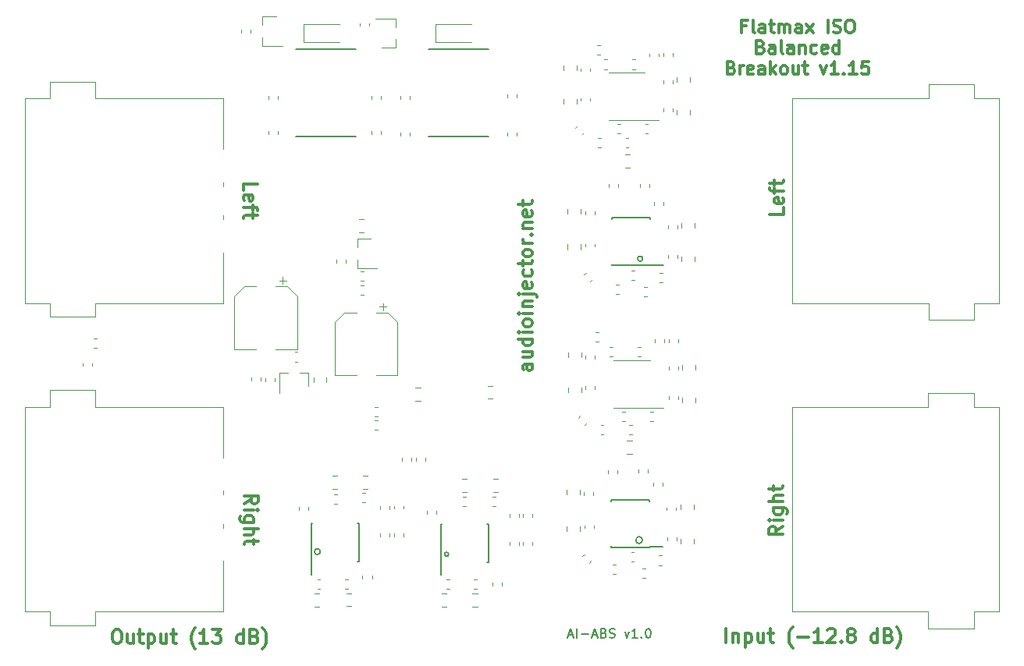
<source format=gbr>
G04 #@! TF.GenerationSoftware,KiCad,Pcbnew,6.0.2+dfsg-1*
G04 #@! TF.CreationDate,2022-08-31T21:38:22+10:00*
G04 #@! TF.ProjectId,AudioInjector.ABS.v1.balanced.preamplifier,41756469-6f49-46e6-9a65-63746f722e41,rev?*
G04 #@! TF.SameCoordinates,Original*
G04 #@! TF.FileFunction,Legend,Top*
G04 #@! TF.FilePolarity,Positive*
%FSLAX45Y45*%
G04 Gerber Fmt 4.5, Leading zero omitted, Abs format (unit mm)*
G04 Created by KiCad (PCBNEW 6.0.2+dfsg-1) date 2022-08-31 21:38:22*
%MOMM*%
%LPD*%
G01*
G04 APERTURE LIST*
%ADD10C,0.150000*%
%ADD11C,0.300000*%
%ADD12C,0.120000*%
G04 APERTURE END LIST*
D10*
X13522361Y-16120000D02*
G75*
G03*
X13522361Y-16120000I-22361J0D01*
G01*
X15628284Y-12910000D02*
G75*
G03*
X15628284Y-12910000I-28284J0D01*
G01*
X12131623Y-16090000D02*
G75*
G03*
X12131623Y-16090000I-31623J0D01*
G01*
X15626055Y-15965000D02*
G75*
G03*
X15626055Y-15965000I-36056J0D01*
G01*
D11*
X16533571Y-17077857D02*
X16533571Y-16927857D01*
X16605000Y-16977857D02*
X16605000Y-17077857D01*
X16605000Y-16992143D02*
X16612143Y-16985000D01*
X16626428Y-16977857D01*
X16647857Y-16977857D01*
X16662143Y-16985000D01*
X16669286Y-16999286D01*
X16669286Y-17077857D01*
X16740714Y-16977857D02*
X16740714Y-17127857D01*
X16740714Y-16985000D02*
X16755000Y-16977857D01*
X16783571Y-16977857D01*
X16797857Y-16985000D01*
X16805000Y-16992143D01*
X16812143Y-17006429D01*
X16812143Y-17049286D01*
X16805000Y-17063571D01*
X16797857Y-17070714D01*
X16783571Y-17077857D01*
X16755000Y-17077857D01*
X16740714Y-17070714D01*
X16940714Y-16977857D02*
X16940714Y-17077857D01*
X16876429Y-16977857D02*
X16876429Y-17056429D01*
X16883571Y-17070714D01*
X16897857Y-17077857D01*
X16919286Y-17077857D01*
X16933571Y-17070714D01*
X16940714Y-17063571D01*
X16990714Y-16977857D02*
X17047857Y-16977857D01*
X17012143Y-16927857D02*
X17012143Y-17056429D01*
X17019286Y-17070714D01*
X17033571Y-17077857D01*
X17047857Y-17077857D01*
X17255000Y-17135000D02*
X17247857Y-17127857D01*
X17233571Y-17106429D01*
X17226429Y-17092143D01*
X17219286Y-17070714D01*
X17212143Y-17035000D01*
X17212143Y-17006429D01*
X17219286Y-16970714D01*
X17226429Y-16949286D01*
X17233571Y-16935000D01*
X17247857Y-16913571D01*
X17255000Y-16906429D01*
X17312143Y-17020714D02*
X17426429Y-17020714D01*
X17576429Y-17077857D02*
X17490714Y-17077857D01*
X17533571Y-17077857D02*
X17533571Y-16927857D01*
X17519286Y-16949286D01*
X17505000Y-16963571D01*
X17490714Y-16970714D01*
X17633571Y-16942143D02*
X17640714Y-16935000D01*
X17655000Y-16927857D01*
X17690714Y-16927857D01*
X17705000Y-16935000D01*
X17712143Y-16942143D01*
X17719286Y-16956429D01*
X17719286Y-16970714D01*
X17712143Y-16992143D01*
X17626429Y-17077857D01*
X17719286Y-17077857D01*
X17783571Y-17063571D02*
X17790714Y-17070714D01*
X17783571Y-17077857D01*
X17776429Y-17070714D01*
X17783571Y-17063571D01*
X17783571Y-17077857D01*
X17876429Y-16992143D02*
X17862143Y-16985000D01*
X17855000Y-16977857D01*
X17847857Y-16963571D01*
X17847857Y-16956429D01*
X17855000Y-16942143D01*
X17862143Y-16935000D01*
X17876429Y-16927857D01*
X17905000Y-16927857D01*
X17919286Y-16935000D01*
X17926429Y-16942143D01*
X17933571Y-16956429D01*
X17933571Y-16963571D01*
X17926429Y-16977857D01*
X17919286Y-16985000D01*
X17905000Y-16992143D01*
X17876429Y-16992143D01*
X17862143Y-16999286D01*
X17855000Y-17006429D01*
X17847857Y-17020714D01*
X17847857Y-17049286D01*
X17855000Y-17063571D01*
X17862143Y-17070714D01*
X17876429Y-17077857D01*
X17905000Y-17077857D01*
X17919286Y-17070714D01*
X17926429Y-17063571D01*
X17933571Y-17049286D01*
X17933571Y-17020714D01*
X17926429Y-17006429D01*
X17919286Y-16999286D01*
X17905000Y-16992143D01*
X18176429Y-17077857D02*
X18176429Y-16927857D01*
X18176429Y-17070714D02*
X18162143Y-17077857D01*
X18133571Y-17077857D01*
X18119286Y-17070714D01*
X18112143Y-17063571D01*
X18105000Y-17049286D01*
X18105000Y-17006429D01*
X18112143Y-16992143D01*
X18119286Y-16985000D01*
X18133571Y-16977857D01*
X18162143Y-16977857D01*
X18176429Y-16985000D01*
X18297857Y-16999286D02*
X18319286Y-17006429D01*
X18326429Y-17013571D01*
X18333571Y-17027857D01*
X18333571Y-17049286D01*
X18326429Y-17063571D01*
X18319286Y-17070714D01*
X18305000Y-17077857D01*
X18247857Y-17077857D01*
X18247857Y-16927857D01*
X18297857Y-16927857D01*
X18312143Y-16935000D01*
X18319286Y-16942143D01*
X18326429Y-16956429D01*
X18326429Y-16970714D01*
X18319286Y-16985000D01*
X18312143Y-16992143D01*
X18297857Y-16999286D01*
X18247857Y-16999286D01*
X18383571Y-17135000D02*
X18390714Y-17127857D01*
X18405000Y-17106429D01*
X18412143Y-17092143D01*
X18419286Y-17070714D01*
X18426429Y-17035000D01*
X18426429Y-17006429D01*
X18419286Y-16970714D01*
X18412143Y-16949286D01*
X18405000Y-16935000D01*
X18390714Y-16913571D01*
X18383571Y-16906429D01*
X11302143Y-12171428D02*
X11302143Y-12100000D01*
X11452143Y-12100000D01*
X11309286Y-12278571D02*
X11302143Y-12264286D01*
X11302143Y-12235714D01*
X11309286Y-12221428D01*
X11323571Y-12214286D01*
X11380714Y-12214286D01*
X11395000Y-12221428D01*
X11402143Y-12235714D01*
X11402143Y-12264286D01*
X11395000Y-12278571D01*
X11380714Y-12285714D01*
X11366428Y-12285714D01*
X11352143Y-12214286D01*
X11402143Y-12328571D02*
X11402143Y-12385714D01*
X11302143Y-12350000D02*
X11430714Y-12350000D01*
X11445000Y-12357143D01*
X11452143Y-12371428D01*
X11452143Y-12385714D01*
X11402143Y-12414286D02*
X11402143Y-12471428D01*
X11452143Y-12435714D02*
X11323571Y-12435714D01*
X11309286Y-12442857D01*
X11302143Y-12457143D01*
X11302143Y-12471428D01*
X16750000Y-10384600D02*
X16703333Y-10384600D01*
X16703333Y-10457933D02*
X16703333Y-10317933D01*
X16770000Y-10317933D01*
X16843333Y-10457933D02*
X16830000Y-10451267D01*
X16823333Y-10437933D01*
X16823333Y-10317933D01*
X16956667Y-10457933D02*
X16956667Y-10384600D01*
X16950000Y-10371267D01*
X16936667Y-10364600D01*
X16910000Y-10364600D01*
X16896667Y-10371267D01*
X16956667Y-10451267D02*
X16943333Y-10457933D01*
X16910000Y-10457933D01*
X16896667Y-10451267D01*
X16890000Y-10437933D01*
X16890000Y-10424600D01*
X16896667Y-10411267D01*
X16910000Y-10404600D01*
X16943333Y-10404600D01*
X16956667Y-10397933D01*
X17003333Y-10364600D02*
X17056667Y-10364600D01*
X17023333Y-10317933D02*
X17023333Y-10437933D01*
X17030000Y-10451267D01*
X17043333Y-10457933D01*
X17056667Y-10457933D01*
X17103333Y-10457933D02*
X17103333Y-10364600D01*
X17103333Y-10377933D02*
X17110000Y-10371267D01*
X17123333Y-10364600D01*
X17143333Y-10364600D01*
X17156667Y-10371267D01*
X17163333Y-10384600D01*
X17163333Y-10457933D01*
X17163333Y-10384600D02*
X17170000Y-10371267D01*
X17183333Y-10364600D01*
X17203333Y-10364600D01*
X17216667Y-10371267D01*
X17223333Y-10384600D01*
X17223333Y-10457933D01*
X17350000Y-10457933D02*
X17350000Y-10384600D01*
X17343333Y-10371267D01*
X17330000Y-10364600D01*
X17303333Y-10364600D01*
X17290000Y-10371267D01*
X17350000Y-10451267D02*
X17336667Y-10457933D01*
X17303333Y-10457933D01*
X17290000Y-10451267D01*
X17283333Y-10437933D01*
X17283333Y-10424600D01*
X17290000Y-10411267D01*
X17303333Y-10404600D01*
X17336667Y-10404600D01*
X17350000Y-10397933D01*
X17403333Y-10457933D02*
X17476667Y-10364600D01*
X17403333Y-10364600D02*
X17476667Y-10457933D01*
X17636667Y-10457933D02*
X17636667Y-10317933D01*
X17696667Y-10451267D02*
X17716667Y-10457933D01*
X17750000Y-10457933D01*
X17763333Y-10451267D01*
X17770000Y-10444600D01*
X17776667Y-10431267D01*
X17776667Y-10417933D01*
X17770000Y-10404600D01*
X17763333Y-10397933D01*
X17750000Y-10391267D01*
X17723333Y-10384600D01*
X17710000Y-10377933D01*
X17703333Y-10371267D01*
X17696667Y-10357933D01*
X17696667Y-10344600D01*
X17703333Y-10331267D01*
X17710000Y-10324600D01*
X17723333Y-10317933D01*
X17756667Y-10317933D01*
X17776667Y-10324600D01*
X17863333Y-10317933D02*
X17890000Y-10317933D01*
X17903333Y-10324600D01*
X17916667Y-10337933D01*
X17923333Y-10364600D01*
X17923333Y-10411267D01*
X17916667Y-10437933D01*
X17903333Y-10451267D01*
X17890000Y-10457933D01*
X17863333Y-10457933D01*
X17850000Y-10451267D01*
X17836667Y-10437933D01*
X17830000Y-10411267D01*
X17830000Y-10364600D01*
X17836667Y-10337933D01*
X17850000Y-10324600D01*
X17863333Y-10317933D01*
X16910000Y-10610000D02*
X16930000Y-10616667D01*
X16936667Y-10623333D01*
X16943333Y-10636667D01*
X16943333Y-10656667D01*
X16936667Y-10670000D01*
X16930000Y-10676667D01*
X16916667Y-10683333D01*
X16863333Y-10683333D01*
X16863333Y-10543333D01*
X16910000Y-10543333D01*
X16923333Y-10550000D01*
X16930000Y-10556667D01*
X16936667Y-10570000D01*
X16936667Y-10583333D01*
X16930000Y-10596667D01*
X16923333Y-10603333D01*
X16910000Y-10610000D01*
X16863333Y-10610000D01*
X17063333Y-10683333D02*
X17063333Y-10610000D01*
X17056667Y-10596667D01*
X17043333Y-10590000D01*
X17016667Y-10590000D01*
X17003333Y-10596667D01*
X17063333Y-10676667D02*
X17050000Y-10683333D01*
X17016667Y-10683333D01*
X17003333Y-10676667D01*
X16996667Y-10663333D01*
X16996667Y-10650000D01*
X17003333Y-10636667D01*
X17016667Y-10630000D01*
X17050000Y-10630000D01*
X17063333Y-10623333D01*
X17150000Y-10683333D02*
X17136667Y-10676667D01*
X17130000Y-10663333D01*
X17130000Y-10543333D01*
X17263333Y-10683333D02*
X17263333Y-10610000D01*
X17256667Y-10596667D01*
X17243333Y-10590000D01*
X17216667Y-10590000D01*
X17203333Y-10596667D01*
X17263333Y-10676667D02*
X17250000Y-10683333D01*
X17216667Y-10683333D01*
X17203333Y-10676667D01*
X17196667Y-10663333D01*
X17196667Y-10650000D01*
X17203333Y-10636667D01*
X17216667Y-10630000D01*
X17250000Y-10630000D01*
X17263333Y-10623333D01*
X17330000Y-10590000D02*
X17330000Y-10683333D01*
X17330000Y-10603333D02*
X17336667Y-10596667D01*
X17350000Y-10590000D01*
X17370000Y-10590000D01*
X17383333Y-10596667D01*
X17390000Y-10610000D01*
X17390000Y-10683333D01*
X17516667Y-10676667D02*
X17503333Y-10683333D01*
X17476667Y-10683333D01*
X17463333Y-10676667D01*
X17456667Y-10670000D01*
X17450000Y-10656667D01*
X17450000Y-10616667D01*
X17456667Y-10603333D01*
X17463333Y-10596667D01*
X17476667Y-10590000D01*
X17503333Y-10590000D01*
X17516667Y-10596667D01*
X17630000Y-10676667D02*
X17616667Y-10683333D01*
X17590000Y-10683333D01*
X17576667Y-10676667D01*
X17570000Y-10663333D01*
X17570000Y-10610000D01*
X17576667Y-10596667D01*
X17590000Y-10590000D01*
X17616667Y-10590000D01*
X17630000Y-10596667D01*
X17636667Y-10610000D01*
X17636667Y-10623333D01*
X17570000Y-10636667D01*
X17756667Y-10683333D02*
X17756667Y-10543333D01*
X17756667Y-10676667D02*
X17743333Y-10683333D01*
X17716667Y-10683333D01*
X17703333Y-10676667D01*
X17696667Y-10670000D01*
X17690000Y-10656667D01*
X17690000Y-10616667D01*
X17696667Y-10603333D01*
X17703333Y-10596667D01*
X17716667Y-10590000D01*
X17743333Y-10590000D01*
X17756667Y-10596667D01*
X16590000Y-10835400D02*
X16610000Y-10842067D01*
X16616667Y-10848733D01*
X16623333Y-10862067D01*
X16623333Y-10882067D01*
X16616667Y-10895400D01*
X16610000Y-10902067D01*
X16596667Y-10908733D01*
X16543333Y-10908733D01*
X16543333Y-10768733D01*
X16590000Y-10768733D01*
X16603333Y-10775400D01*
X16610000Y-10782067D01*
X16616667Y-10795400D01*
X16616667Y-10808733D01*
X16610000Y-10822067D01*
X16603333Y-10828733D01*
X16590000Y-10835400D01*
X16543333Y-10835400D01*
X16683333Y-10908733D02*
X16683333Y-10815400D01*
X16683333Y-10842067D02*
X16690000Y-10828733D01*
X16696667Y-10822067D01*
X16710000Y-10815400D01*
X16723333Y-10815400D01*
X16823333Y-10902067D02*
X16810000Y-10908733D01*
X16783333Y-10908733D01*
X16770000Y-10902067D01*
X16763333Y-10888733D01*
X16763333Y-10835400D01*
X16770000Y-10822067D01*
X16783333Y-10815400D01*
X16810000Y-10815400D01*
X16823333Y-10822067D01*
X16830000Y-10835400D01*
X16830000Y-10848733D01*
X16763333Y-10862067D01*
X16950000Y-10908733D02*
X16950000Y-10835400D01*
X16943333Y-10822067D01*
X16930000Y-10815400D01*
X16903333Y-10815400D01*
X16890000Y-10822067D01*
X16950000Y-10902067D02*
X16936667Y-10908733D01*
X16903333Y-10908733D01*
X16890000Y-10902067D01*
X16883333Y-10888733D01*
X16883333Y-10875400D01*
X16890000Y-10862067D01*
X16903333Y-10855400D01*
X16936667Y-10855400D01*
X16950000Y-10848733D01*
X17016667Y-10908733D02*
X17016667Y-10768733D01*
X17030000Y-10855400D02*
X17070000Y-10908733D01*
X17070000Y-10815400D02*
X17016667Y-10868733D01*
X17150000Y-10908733D02*
X17136667Y-10902067D01*
X17130000Y-10895400D01*
X17123333Y-10882067D01*
X17123333Y-10842067D01*
X17130000Y-10828733D01*
X17136667Y-10822067D01*
X17150000Y-10815400D01*
X17170000Y-10815400D01*
X17183333Y-10822067D01*
X17190000Y-10828733D01*
X17196667Y-10842067D01*
X17196667Y-10882067D01*
X17190000Y-10895400D01*
X17183333Y-10902067D01*
X17170000Y-10908733D01*
X17150000Y-10908733D01*
X17316667Y-10815400D02*
X17316667Y-10908733D01*
X17256667Y-10815400D02*
X17256667Y-10888733D01*
X17263333Y-10902067D01*
X17276667Y-10908733D01*
X17296667Y-10908733D01*
X17310000Y-10902067D01*
X17316667Y-10895400D01*
X17363333Y-10815400D02*
X17416667Y-10815400D01*
X17383333Y-10768733D02*
X17383333Y-10888733D01*
X17390000Y-10902067D01*
X17403333Y-10908733D01*
X17416667Y-10908733D01*
X17556667Y-10815400D02*
X17590000Y-10908733D01*
X17623333Y-10815400D01*
X17750000Y-10908733D02*
X17670000Y-10908733D01*
X17710000Y-10908733D02*
X17710000Y-10768733D01*
X17696667Y-10788733D01*
X17683333Y-10802067D01*
X17670000Y-10808733D01*
X17810000Y-10895400D02*
X17816667Y-10902067D01*
X17810000Y-10908733D01*
X17803333Y-10902067D01*
X17810000Y-10895400D01*
X17810000Y-10908733D01*
X17950000Y-10908733D02*
X17870000Y-10908733D01*
X17910000Y-10908733D02*
X17910000Y-10768733D01*
X17896667Y-10788733D01*
X17883333Y-10802067D01*
X17870000Y-10808733D01*
X18076667Y-10768733D02*
X18010000Y-10768733D01*
X18003333Y-10835400D01*
X18010000Y-10828733D01*
X18023333Y-10822067D01*
X18056667Y-10822067D01*
X18070000Y-10828733D01*
X18076667Y-10835400D01*
X18083333Y-10848733D01*
X18083333Y-10882067D01*
X18076667Y-10895400D01*
X18070000Y-10902067D01*
X18056667Y-10908733D01*
X18023333Y-10908733D01*
X18010000Y-10902067D01*
X18003333Y-10895400D01*
X17157857Y-12356071D02*
X17157857Y-12427500D01*
X17007857Y-12427500D01*
X17150714Y-12248928D02*
X17157857Y-12263214D01*
X17157857Y-12291786D01*
X17150714Y-12306071D01*
X17136429Y-12313214D01*
X17079286Y-12313214D01*
X17065000Y-12306071D01*
X17057857Y-12291786D01*
X17057857Y-12263214D01*
X17065000Y-12248928D01*
X17079286Y-12241786D01*
X17093571Y-12241786D01*
X17107857Y-12313214D01*
X17057857Y-12198928D02*
X17057857Y-12141786D01*
X17157857Y-12177500D02*
X17029286Y-12177500D01*
X17015000Y-12170357D01*
X17007857Y-12156071D01*
X17007857Y-12141786D01*
X17057857Y-12113214D02*
X17057857Y-12056071D01*
X17007857Y-12091786D02*
X17136429Y-12091786D01*
X17150714Y-12084643D01*
X17157857Y-12070357D01*
X17157857Y-12056071D01*
X9911429Y-16937857D02*
X9940000Y-16937857D01*
X9954286Y-16945000D01*
X9968571Y-16959286D01*
X9975714Y-16987857D01*
X9975714Y-17037857D01*
X9968571Y-17066429D01*
X9954286Y-17080714D01*
X9940000Y-17087857D01*
X9911429Y-17087857D01*
X9897143Y-17080714D01*
X9882857Y-17066429D01*
X9875714Y-17037857D01*
X9875714Y-16987857D01*
X9882857Y-16959286D01*
X9897143Y-16945000D01*
X9911429Y-16937857D01*
X10104286Y-16987857D02*
X10104286Y-17087857D01*
X10040000Y-16987857D02*
X10040000Y-17066429D01*
X10047143Y-17080714D01*
X10061429Y-17087857D01*
X10082857Y-17087857D01*
X10097143Y-17080714D01*
X10104286Y-17073571D01*
X10154286Y-16987857D02*
X10211429Y-16987857D01*
X10175714Y-16937857D02*
X10175714Y-17066429D01*
X10182857Y-17080714D01*
X10197143Y-17087857D01*
X10211429Y-17087857D01*
X10261429Y-16987857D02*
X10261429Y-17137857D01*
X10261429Y-16995000D02*
X10275714Y-16987857D01*
X10304286Y-16987857D01*
X10318571Y-16995000D01*
X10325714Y-17002143D01*
X10332857Y-17016429D01*
X10332857Y-17059286D01*
X10325714Y-17073571D01*
X10318571Y-17080714D01*
X10304286Y-17087857D01*
X10275714Y-17087857D01*
X10261429Y-17080714D01*
X10461429Y-16987857D02*
X10461429Y-17087857D01*
X10397143Y-16987857D02*
X10397143Y-17066429D01*
X10404286Y-17080714D01*
X10418571Y-17087857D01*
X10440000Y-17087857D01*
X10454286Y-17080714D01*
X10461429Y-17073571D01*
X10511429Y-16987857D02*
X10568571Y-16987857D01*
X10532857Y-16937857D02*
X10532857Y-17066429D01*
X10540000Y-17080714D01*
X10554286Y-17087857D01*
X10568571Y-17087857D01*
X10775714Y-17145000D02*
X10768571Y-17137857D01*
X10754286Y-17116429D01*
X10747143Y-17102143D01*
X10740000Y-17080714D01*
X10732857Y-17045000D01*
X10732857Y-17016429D01*
X10740000Y-16980714D01*
X10747143Y-16959286D01*
X10754286Y-16945000D01*
X10768571Y-16923571D01*
X10775714Y-16916429D01*
X10911429Y-17087857D02*
X10825714Y-17087857D01*
X10868571Y-17087857D02*
X10868571Y-16937857D01*
X10854286Y-16959286D01*
X10840000Y-16973571D01*
X10825714Y-16980714D01*
X10961429Y-16937857D02*
X11054286Y-16937857D01*
X11004286Y-16995000D01*
X11025714Y-16995000D01*
X11040000Y-17002143D01*
X11047143Y-17009286D01*
X11054286Y-17023571D01*
X11054286Y-17059286D01*
X11047143Y-17073571D01*
X11040000Y-17080714D01*
X11025714Y-17087857D01*
X10982857Y-17087857D01*
X10968571Y-17080714D01*
X10961429Y-17073571D01*
X11297143Y-17087857D02*
X11297143Y-16937857D01*
X11297143Y-17080714D02*
X11282857Y-17087857D01*
X11254286Y-17087857D01*
X11240000Y-17080714D01*
X11232857Y-17073571D01*
X11225714Y-17059286D01*
X11225714Y-17016429D01*
X11232857Y-17002143D01*
X11240000Y-16995000D01*
X11254286Y-16987857D01*
X11282857Y-16987857D01*
X11297143Y-16995000D01*
X11418571Y-17009286D02*
X11440000Y-17016429D01*
X11447143Y-17023571D01*
X11454286Y-17037857D01*
X11454286Y-17059286D01*
X11447143Y-17073571D01*
X11440000Y-17080714D01*
X11425714Y-17087857D01*
X11368571Y-17087857D01*
X11368571Y-16937857D01*
X11418571Y-16937857D01*
X11432857Y-16945000D01*
X11440000Y-16952143D01*
X11447143Y-16966429D01*
X11447143Y-16980714D01*
X11440000Y-16995000D01*
X11432857Y-17002143D01*
X11418571Y-17009286D01*
X11368571Y-17009286D01*
X11504286Y-17145000D02*
X11511428Y-17137857D01*
X11525714Y-17116429D01*
X11532857Y-17102143D01*
X11540000Y-17080714D01*
X11547143Y-17045000D01*
X11547143Y-17016429D01*
X11540000Y-16980714D01*
X11532857Y-16959286D01*
X11525714Y-16945000D01*
X11511428Y-16923571D01*
X11504286Y-16916429D01*
X11307143Y-15572143D02*
X11378571Y-15522143D01*
X11307143Y-15486428D02*
X11457143Y-15486428D01*
X11457143Y-15543571D01*
X11450000Y-15557857D01*
X11442857Y-15565000D01*
X11428571Y-15572143D01*
X11407143Y-15572143D01*
X11392857Y-15565000D01*
X11385714Y-15557857D01*
X11378571Y-15543571D01*
X11378571Y-15486428D01*
X11307143Y-15636428D02*
X11407143Y-15636428D01*
X11457143Y-15636428D02*
X11450000Y-15629286D01*
X11442857Y-15636428D01*
X11450000Y-15643571D01*
X11457143Y-15636428D01*
X11442857Y-15636428D01*
X11407143Y-15772143D02*
X11285714Y-15772143D01*
X11271428Y-15765000D01*
X11264286Y-15757857D01*
X11257143Y-15743571D01*
X11257143Y-15722143D01*
X11264286Y-15707857D01*
X11314286Y-15772143D02*
X11307143Y-15757857D01*
X11307143Y-15729286D01*
X11314286Y-15715000D01*
X11321428Y-15707857D01*
X11335714Y-15700714D01*
X11378571Y-15700714D01*
X11392857Y-15707857D01*
X11400000Y-15715000D01*
X11407143Y-15729286D01*
X11407143Y-15757857D01*
X11400000Y-15772143D01*
X11307143Y-15843571D02*
X11457143Y-15843571D01*
X11307143Y-15907857D02*
X11385714Y-15907857D01*
X11400000Y-15900714D01*
X11407143Y-15886428D01*
X11407143Y-15865000D01*
X11400000Y-15850714D01*
X11392857Y-15843571D01*
X11407143Y-15957857D02*
X11407143Y-16015000D01*
X11457143Y-15979286D02*
X11328571Y-15979286D01*
X11314286Y-15986428D01*
X11307143Y-16000714D01*
X11307143Y-16015000D01*
X17147857Y-15815357D02*
X17076429Y-15865357D01*
X17147857Y-15901071D02*
X16997857Y-15901071D01*
X16997857Y-15843928D01*
X17005000Y-15829643D01*
X17012143Y-15822500D01*
X17026429Y-15815357D01*
X17047857Y-15815357D01*
X17062143Y-15822500D01*
X17069286Y-15829643D01*
X17076429Y-15843928D01*
X17076429Y-15901071D01*
X17147857Y-15751071D02*
X17047857Y-15751071D01*
X16997857Y-15751071D02*
X17005000Y-15758214D01*
X17012143Y-15751071D01*
X17005000Y-15743928D01*
X16997857Y-15751071D01*
X17012143Y-15751071D01*
X17047857Y-15615357D02*
X17169286Y-15615357D01*
X17183571Y-15622500D01*
X17190714Y-15629643D01*
X17197857Y-15643928D01*
X17197857Y-15665357D01*
X17190714Y-15679643D01*
X17140714Y-15615357D02*
X17147857Y-15629643D01*
X17147857Y-15658214D01*
X17140714Y-15672500D01*
X17133571Y-15679643D01*
X17119286Y-15686786D01*
X17076429Y-15686786D01*
X17062143Y-15679643D01*
X17055000Y-15672500D01*
X17047857Y-15658214D01*
X17047857Y-15629643D01*
X17055000Y-15615357D01*
X17147857Y-15543928D02*
X16997857Y-15543928D01*
X17147857Y-15479643D02*
X17069286Y-15479643D01*
X17055000Y-15486786D01*
X17047857Y-15501071D01*
X17047857Y-15522500D01*
X17055000Y-15536786D01*
X17062143Y-15543928D01*
X17047857Y-15429643D02*
X17047857Y-15372500D01*
X16997857Y-15408214D02*
X17126429Y-15408214D01*
X17140714Y-15401071D01*
X17147857Y-15386786D01*
X17147857Y-15372500D01*
D10*
X14824762Y-16996667D02*
X14872381Y-16996667D01*
X14815238Y-17025238D02*
X14848571Y-16925238D01*
X14881905Y-17025238D01*
X14915238Y-17025238D02*
X14915238Y-16925238D01*
X14962857Y-16987143D02*
X15039048Y-16987143D01*
X15081905Y-16996667D02*
X15129524Y-16996667D01*
X15072381Y-17025238D02*
X15105714Y-16925238D01*
X15139048Y-17025238D01*
X15205714Y-16972857D02*
X15220000Y-16977619D01*
X15224762Y-16982381D01*
X15229524Y-16991905D01*
X15229524Y-17006190D01*
X15224762Y-17015714D01*
X15220000Y-17020476D01*
X15210476Y-17025238D01*
X15172381Y-17025238D01*
X15172381Y-16925238D01*
X15205714Y-16925238D01*
X15215238Y-16930000D01*
X15220000Y-16934762D01*
X15224762Y-16944286D01*
X15224762Y-16953810D01*
X15220000Y-16963333D01*
X15215238Y-16968095D01*
X15205714Y-16972857D01*
X15172381Y-16972857D01*
X15267619Y-17020476D02*
X15281905Y-17025238D01*
X15305714Y-17025238D01*
X15315238Y-17020476D01*
X15320000Y-17015714D01*
X15324762Y-17006190D01*
X15324762Y-16996667D01*
X15320000Y-16987143D01*
X15315238Y-16982381D01*
X15305714Y-16977619D01*
X15286667Y-16972857D01*
X15277143Y-16968095D01*
X15272381Y-16963333D01*
X15267619Y-16953810D01*
X15267619Y-16944286D01*
X15272381Y-16934762D01*
X15277143Y-16930000D01*
X15286667Y-16925238D01*
X15310476Y-16925238D01*
X15324762Y-16930000D01*
X15434286Y-16958571D02*
X15458095Y-17025238D01*
X15481905Y-16958571D01*
X15572381Y-17025238D02*
X15515238Y-17025238D01*
X15543809Y-17025238D02*
X15543809Y-16925238D01*
X15534286Y-16939524D01*
X15524762Y-16949048D01*
X15515238Y-16953810D01*
X15615238Y-17015714D02*
X15620000Y-17020476D01*
X15615238Y-17025238D01*
X15610476Y-17020476D01*
X15615238Y-17015714D01*
X15615238Y-17025238D01*
X15681905Y-16925238D02*
X15691428Y-16925238D01*
X15700952Y-16930000D01*
X15705714Y-16934762D01*
X15710476Y-16944286D01*
X15715238Y-16963333D01*
X15715238Y-16987143D01*
X15710476Y-17006190D01*
X15705714Y-17015714D01*
X15700952Y-17020476D01*
X15691428Y-17025238D01*
X15681905Y-17025238D01*
X15672381Y-17020476D01*
X15667619Y-17015714D01*
X15662857Y-17006190D01*
X15658095Y-16987143D01*
X15658095Y-16963333D01*
X15662857Y-16944286D01*
X15667619Y-16934762D01*
X15672381Y-16930000D01*
X15681905Y-16925238D01*
D11*
X14427857Y-14052857D02*
X14349286Y-14052857D01*
X14335000Y-14060000D01*
X14327857Y-14074286D01*
X14327857Y-14102857D01*
X14335000Y-14117143D01*
X14420714Y-14052857D02*
X14427857Y-14067143D01*
X14427857Y-14102857D01*
X14420714Y-14117143D01*
X14406428Y-14124286D01*
X14392143Y-14124286D01*
X14377857Y-14117143D01*
X14370714Y-14102857D01*
X14370714Y-14067143D01*
X14363571Y-14052857D01*
X14327857Y-13917143D02*
X14427857Y-13917143D01*
X14327857Y-13981428D02*
X14406428Y-13981428D01*
X14420714Y-13974286D01*
X14427857Y-13960000D01*
X14427857Y-13938571D01*
X14420714Y-13924286D01*
X14413571Y-13917143D01*
X14427857Y-13781428D02*
X14277857Y-13781428D01*
X14420714Y-13781428D02*
X14427857Y-13795714D01*
X14427857Y-13824286D01*
X14420714Y-13838571D01*
X14413571Y-13845714D01*
X14399286Y-13852857D01*
X14356428Y-13852857D01*
X14342143Y-13845714D01*
X14335000Y-13838571D01*
X14327857Y-13824286D01*
X14327857Y-13795714D01*
X14335000Y-13781428D01*
X14427857Y-13710000D02*
X14327857Y-13710000D01*
X14277857Y-13710000D02*
X14285000Y-13717143D01*
X14292143Y-13710000D01*
X14285000Y-13702857D01*
X14277857Y-13710000D01*
X14292143Y-13710000D01*
X14427857Y-13617143D02*
X14420714Y-13631428D01*
X14413571Y-13638571D01*
X14399286Y-13645714D01*
X14356428Y-13645714D01*
X14342143Y-13638571D01*
X14335000Y-13631428D01*
X14327857Y-13617143D01*
X14327857Y-13595714D01*
X14335000Y-13581428D01*
X14342143Y-13574286D01*
X14356428Y-13567143D01*
X14399286Y-13567143D01*
X14413571Y-13574286D01*
X14420714Y-13581428D01*
X14427857Y-13595714D01*
X14427857Y-13617143D01*
X14427857Y-13502857D02*
X14327857Y-13502857D01*
X14277857Y-13502857D02*
X14285000Y-13510000D01*
X14292143Y-13502857D01*
X14285000Y-13495714D01*
X14277857Y-13502857D01*
X14292143Y-13502857D01*
X14327857Y-13431428D02*
X14427857Y-13431428D01*
X14342143Y-13431428D02*
X14335000Y-13424286D01*
X14327857Y-13410000D01*
X14327857Y-13388571D01*
X14335000Y-13374286D01*
X14349286Y-13367143D01*
X14427857Y-13367143D01*
X14327857Y-13295714D02*
X14456428Y-13295714D01*
X14470714Y-13302857D01*
X14477857Y-13317143D01*
X14477857Y-13324286D01*
X14277857Y-13295714D02*
X14285000Y-13302857D01*
X14292143Y-13295714D01*
X14285000Y-13288571D01*
X14277857Y-13295714D01*
X14292143Y-13295714D01*
X14420714Y-13167143D02*
X14427857Y-13181428D01*
X14427857Y-13210000D01*
X14420714Y-13224286D01*
X14406428Y-13231428D01*
X14349286Y-13231428D01*
X14335000Y-13224286D01*
X14327857Y-13210000D01*
X14327857Y-13181428D01*
X14335000Y-13167143D01*
X14349286Y-13160000D01*
X14363571Y-13160000D01*
X14377857Y-13231428D01*
X14420714Y-13031428D02*
X14427857Y-13045714D01*
X14427857Y-13074286D01*
X14420714Y-13088571D01*
X14413571Y-13095714D01*
X14399286Y-13102857D01*
X14356428Y-13102857D01*
X14342143Y-13095714D01*
X14335000Y-13088571D01*
X14327857Y-13074286D01*
X14327857Y-13045714D01*
X14335000Y-13031428D01*
X14327857Y-12988571D02*
X14327857Y-12931428D01*
X14277857Y-12967143D02*
X14406428Y-12967143D01*
X14420714Y-12960000D01*
X14427857Y-12945714D01*
X14427857Y-12931428D01*
X14427857Y-12860000D02*
X14420714Y-12874286D01*
X14413571Y-12881428D01*
X14399286Y-12888571D01*
X14356428Y-12888571D01*
X14342143Y-12881428D01*
X14335000Y-12874286D01*
X14327857Y-12860000D01*
X14327857Y-12838571D01*
X14335000Y-12824286D01*
X14342143Y-12817143D01*
X14356428Y-12810000D01*
X14399286Y-12810000D01*
X14413571Y-12817143D01*
X14420714Y-12824286D01*
X14427857Y-12838571D01*
X14427857Y-12860000D01*
X14427857Y-12745714D02*
X14327857Y-12745714D01*
X14356428Y-12745714D02*
X14342143Y-12738571D01*
X14335000Y-12731428D01*
X14327857Y-12717143D01*
X14327857Y-12702857D01*
X14413571Y-12652857D02*
X14420714Y-12645714D01*
X14427857Y-12652857D01*
X14420714Y-12660000D01*
X14413571Y-12652857D01*
X14427857Y-12652857D01*
X14327857Y-12581428D02*
X14427857Y-12581428D01*
X14342143Y-12581428D02*
X14335000Y-12574286D01*
X14327857Y-12560000D01*
X14327857Y-12538571D01*
X14335000Y-12524286D01*
X14349286Y-12517143D01*
X14427857Y-12517143D01*
X14420714Y-12388571D02*
X14427857Y-12402857D01*
X14427857Y-12431428D01*
X14420714Y-12445714D01*
X14406428Y-12452857D01*
X14349286Y-12452857D01*
X14335000Y-12445714D01*
X14327857Y-12431428D01*
X14327857Y-12402857D01*
X14335000Y-12388571D01*
X14349286Y-12381428D01*
X14363571Y-12381428D01*
X14377857Y-12452857D01*
X14327857Y-12338571D02*
X14327857Y-12281428D01*
X14277857Y-12317143D02*
X14406428Y-12317143D01*
X14420714Y-12310000D01*
X14427857Y-12295714D01*
X14427857Y-12281428D01*
D10*
X15297500Y-12982500D02*
X15297500Y-12968000D01*
X15712500Y-12982500D02*
X15297500Y-12982500D01*
X15297500Y-12467500D02*
X15297500Y-12482000D01*
X15712500Y-12467500D02*
X15297500Y-12467500D01*
X15712500Y-12977500D02*
X15852500Y-12977500D01*
X15712500Y-12467500D02*
X15712500Y-12482000D01*
X15712500Y-12982500D02*
X15712500Y-12977500D01*
D12*
X15754000Y-12298722D02*
X15754000Y-12331278D01*
X15856000Y-12298722D02*
X15856000Y-12331278D01*
X15083257Y-13133867D02*
X15060237Y-13156888D01*
X15011132Y-13061743D02*
X14988112Y-13084763D01*
X15509972Y-13039000D02*
X15542528Y-13039000D01*
X15509972Y-13141000D02*
X15542528Y-13141000D01*
X15809972Y-13166000D02*
X15842528Y-13166000D01*
X15809972Y-13064000D02*
X15842528Y-13064000D01*
X15367528Y-13291000D02*
X15334972Y-13291000D01*
X15367528Y-13189000D02*
X15334972Y-13189000D01*
X16006000Y-12585028D02*
X16006000Y-12552472D01*
X15904000Y-12585028D02*
X15904000Y-12552472D01*
X15106000Y-12427528D02*
X15106000Y-12394972D01*
X15004000Y-12427528D02*
X15004000Y-12394972D01*
X15004000Y-12748722D02*
X15004000Y-12781278D01*
X15106000Y-12748722D02*
X15106000Y-12781278D01*
X16006000Y-12873722D02*
X16006000Y-12906278D01*
X15904000Y-12873722D02*
X15904000Y-12906278D01*
X15671278Y-13214000D02*
X15638722Y-13214000D01*
X15671278Y-13316000D02*
X15638722Y-13316000D01*
D10*
X13956500Y-10637500D02*
X13306500Y-10637500D01*
X13956500Y-11587500D02*
X13306500Y-11587500D01*
X12515500Y-11587500D02*
X11865500Y-11587500D01*
X12515500Y-10637500D02*
X11865500Y-10637500D01*
D12*
X9197000Y-13543000D02*
X9691000Y-13543000D01*
X9197000Y-10989000D02*
X9691000Y-10989000D01*
X11081000Y-12441000D02*
X11081000Y-12481000D01*
X9691000Y-13393000D02*
X11081000Y-13393000D01*
X9197000Y-11169000D02*
X9197000Y-10989000D01*
X9197000Y-13393000D02*
X8927000Y-13393000D01*
X9691000Y-11169000D02*
X11081000Y-11169000D01*
X9197000Y-13543000D02*
X9197000Y-13393000D01*
X9197000Y-11169000D02*
X8927000Y-11169000D01*
X9691000Y-10989000D02*
X9691000Y-11169000D01*
X11081000Y-12121000D02*
X11081000Y-12081000D01*
X8927000Y-13393000D02*
X8927000Y-11169000D01*
X11081000Y-11721000D02*
X11081000Y-11169000D01*
X11081000Y-13393000D02*
X11081000Y-12841000D01*
X9691000Y-13393000D02*
X9691000Y-13543000D01*
X14159000Y-11124972D02*
X14159000Y-11157528D01*
X14261000Y-11124972D02*
X14261000Y-11157528D01*
X14261000Y-11544972D02*
X14261000Y-11577528D01*
X14159000Y-11544972D02*
X14159000Y-11577528D01*
X12999000Y-11142472D02*
X12999000Y-11175028D01*
X13101000Y-11142472D02*
X13101000Y-11175028D01*
X12999000Y-11542472D02*
X12999000Y-11575028D01*
X13101000Y-11542472D02*
X13101000Y-11575028D01*
X12689000Y-11142472D02*
X12689000Y-11175028D01*
X12791000Y-11142472D02*
X12791000Y-11175028D01*
X12791000Y-11524972D02*
X12791000Y-11557528D01*
X12689000Y-11524972D02*
X12689000Y-11557528D01*
X11671000Y-11144972D02*
X11671000Y-11177528D01*
X11569000Y-11144972D02*
X11569000Y-11177528D01*
X11671000Y-11524972D02*
X11671000Y-11557528D01*
X11569000Y-11524972D02*
X11569000Y-11557528D01*
X11504000Y-10598000D02*
X11720000Y-10598000D01*
X11504000Y-10282000D02*
X11650000Y-10282000D01*
X11504000Y-10598000D02*
X11504000Y-10505000D01*
X11504000Y-10282000D02*
X11504000Y-10375000D01*
X12661000Y-10385028D02*
X12661000Y-10352472D01*
X12559000Y-10385028D02*
X12559000Y-10352472D01*
X11371000Y-10457528D02*
X11371000Y-10424972D01*
X11269000Y-10457528D02*
X11269000Y-10424972D01*
X13380000Y-10560000D02*
X13770000Y-10560000D01*
X13380000Y-10360000D02*
X13770000Y-10360000D01*
X13380000Y-10360000D02*
X13380000Y-10560000D01*
X11950000Y-10360000D02*
X12340000Y-10360000D01*
X11950000Y-10560000D02*
X12340000Y-10560000D01*
X11950000Y-10360000D02*
X11950000Y-10560000D01*
X15804972Y-16236000D02*
X15837528Y-16236000D01*
X15804972Y-16134000D02*
X15837528Y-16134000D01*
X15894000Y-15938722D02*
X15894000Y-15971278D01*
X15996000Y-15938722D02*
X15996000Y-15971278D01*
X15067573Y-16189552D02*
X15044552Y-16212573D01*
X14995448Y-16117427D02*
X14972427Y-16140448D01*
X14994000Y-15804972D02*
X14994000Y-15837528D01*
X15096000Y-15804972D02*
X15096000Y-15837528D01*
X15502472Y-16196000D02*
X15535028Y-16196000D01*
X15502472Y-16094000D02*
X15535028Y-16094000D01*
X15656278Y-16274000D02*
X15623722Y-16274000D01*
X15656278Y-16376000D02*
X15623722Y-16376000D01*
X15744000Y-15344972D02*
X15744000Y-15377528D01*
X15846000Y-15344972D02*
X15846000Y-15377528D01*
D10*
X15702500Y-15527500D02*
X15287500Y-15527500D01*
X15702500Y-16037500D02*
X15842500Y-16037500D01*
X15702500Y-16042500D02*
X15287500Y-16042500D01*
X15702500Y-16042500D02*
X15702500Y-16037500D01*
X15702500Y-15527500D02*
X15702500Y-15542000D01*
X15287500Y-15527500D02*
X15287500Y-15542000D01*
X15287500Y-16042500D02*
X15287500Y-16028000D01*
D12*
X14989000Y-15480028D02*
X14989000Y-15447472D01*
X15091000Y-15480028D02*
X15091000Y-15447472D01*
X15335028Y-16336000D02*
X15302472Y-16336000D01*
X15335028Y-16234000D02*
X15302472Y-16234000D01*
X15991000Y-15642528D02*
X15991000Y-15609972D01*
X15889000Y-15642528D02*
X15889000Y-15609972D01*
X12946000Y-10302000D02*
X12730000Y-10302000D01*
X12946000Y-10302000D02*
X12946000Y-10395000D01*
X12946000Y-10618000D02*
X12800000Y-10618000D01*
X12946000Y-10618000D02*
X12946000Y-10525000D01*
X12589000Y-16386278D02*
X12589000Y-16353722D01*
X12691000Y-16386278D02*
X12691000Y-16353722D01*
X11899000Y-15636278D02*
X11899000Y-15603722D01*
X12001000Y-15636278D02*
X12001000Y-15603722D01*
X12584972Y-15556000D02*
X12617528Y-15556000D01*
X12584972Y-15454000D02*
X12617528Y-15454000D01*
X12402472Y-16394000D02*
X12435028Y-16394000D01*
X12402472Y-16496000D02*
X12435028Y-16496000D01*
X12311278Y-15571000D02*
X12278722Y-15571000D01*
X12311278Y-15469000D02*
X12278722Y-15469000D01*
X12131278Y-16496000D02*
X12098722Y-16496000D01*
X12131278Y-16394000D02*
X12098722Y-16394000D01*
X18731500Y-13393000D02*
X17251500Y-13393000D01*
X18731500Y-13573000D02*
X18731500Y-13393000D01*
X19225500Y-11019000D02*
X18731500Y-11019000D01*
X19225500Y-13393000D02*
X19495500Y-13393000D01*
X19225500Y-11019000D02*
X19225500Y-11169000D01*
X17251500Y-11169000D02*
X17251500Y-13393000D01*
X19495500Y-11169000D02*
X19495500Y-13393000D01*
X18731500Y-11169000D02*
X18731500Y-11019000D01*
X19225500Y-13573000D02*
X18731500Y-13573000D01*
X19225500Y-13393000D02*
X19225500Y-13573000D01*
X18731500Y-11169000D02*
X17251500Y-11169000D01*
X19225500Y-11169000D02*
X19495500Y-11169000D01*
X12198500Y-14199142D02*
X12198500Y-14250858D01*
X12056500Y-14199142D02*
X12056500Y-14250858D01*
X9554000Y-14076278D02*
X9554000Y-14043722D01*
X9656000Y-14076278D02*
X9656000Y-14043722D01*
X9706278Y-13774000D02*
X9673722Y-13774000D01*
X9706278Y-13876000D02*
X9673722Y-13876000D01*
X12603778Y-13201500D02*
X12571222Y-13201500D01*
X12603778Y-13303500D02*
X12571222Y-13303500D01*
X12968500Y-14176000D02*
X12733500Y-14176000D01*
X12862056Y-13494000D02*
X12733500Y-13494000D01*
X12851625Y-13430625D02*
X12772875Y-13430625D01*
X12812250Y-13391250D02*
X12812250Y-13470000D01*
X12392944Y-13494000D02*
X12286500Y-13600444D01*
X12286500Y-14176000D02*
X12521500Y-14176000D01*
X12968500Y-13600444D02*
X12968500Y-14176000D01*
X12862056Y-13494000D02*
X12968500Y-13600444D01*
X12392944Y-13494000D02*
X12521500Y-13494000D01*
X12286500Y-13600444D02*
X12286500Y-14176000D01*
X11386500Y-14232528D02*
X11386500Y-14199972D01*
X11488500Y-14232528D02*
X11488500Y-14199972D01*
X11774556Y-13209000D02*
X11881000Y-13315444D01*
X11881000Y-13891000D02*
X11646000Y-13891000D01*
X11305444Y-13209000D02*
X11434000Y-13209000D01*
X11881000Y-13315444D02*
X11881000Y-13891000D01*
X11764125Y-13145625D02*
X11685375Y-13145625D01*
X11199000Y-13315444D02*
X11199000Y-13891000D01*
X11774556Y-13209000D02*
X11646000Y-13209000D01*
X11305444Y-13209000D02*
X11199000Y-13315444D01*
X11724750Y-13106250D02*
X11724750Y-13185000D01*
X11199000Y-13891000D02*
X11434000Y-13891000D01*
X12571222Y-13051500D02*
X12603778Y-13051500D01*
X12571222Y-13153500D02*
X12603778Y-13153500D01*
X11853722Y-14026000D02*
X11886278Y-14026000D01*
X11853722Y-13924000D02*
X11886278Y-13924000D01*
D10*
X12032500Y-15782500D02*
X12047000Y-15782500D01*
X12547500Y-16197500D02*
X12547500Y-15782500D01*
X12032500Y-16197500D02*
X12032500Y-15782500D01*
X12032500Y-16197500D02*
X12037500Y-16197500D01*
X12037500Y-16197500D02*
X12037500Y-16337500D01*
X12547500Y-15782500D02*
X12533000Y-15782500D01*
X12547500Y-16197500D02*
X12533000Y-16197500D01*
D12*
X11684500Y-14149000D02*
X11777500Y-14149000D01*
X12000500Y-14149000D02*
X12000500Y-14295000D01*
X12000500Y-14149000D02*
X11907500Y-14149000D01*
X11684500Y-14149000D02*
X11684500Y-14365000D01*
X12531500Y-13010500D02*
X12531500Y-12917500D01*
X12531500Y-13010500D02*
X12747500Y-13010500D01*
X12531500Y-12694500D02*
X12531500Y-12787500D01*
X12531500Y-12694500D02*
X12677500Y-12694500D01*
X12408500Y-12957528D02*
X12408500Y-12924972D01*
X12306500Y-12957528D02*
X12306500Y-12924972D01*
X12551642Y-12481500D02*
X12603358Y-12481500D01*
X12551642Y-12623500D02*
X12603358Y-12623500D01*
X11536500Y-14208722D02*
X11536500Y-14241278D01*
X11638500Y-14208722D02*
X11638500Y-14241278D01*
X13998722Y-15494000D02*
X14031278Y-15494000D01*
X13998722Y-15596000D02*
X14031278Y-15596000D01*
X13284000Y-15681278D02*
X13284000Y-15648722D01*
X13386000Y-15681278D02*
X13386000Y-15648722D01*
X13712528Y-15494000D02*
X13679972Y-15494000D01*
X13712528Y-15596000D02*
X13679972Y-15596000D01*
X14286000Y-15983722D02*
X14286000Y-16016278D01*
X14184000Y-15983722D02*
X14184000Y-16016278D01*
X14329000Y-15983722D02*
X14329000Y-16016278D01*
X14431000Y-15983722D02*
X14431000Y-16016278D01*
X13797472Y-16394000D02*
X13830028Y-16394000D01*
X13797472Y-16496000D02*
X13830028Y-16496000D01*
X13532528Y-16394000D02*
X13499972Y-16394000D01*
X13532528Y-16496000D02*
X13499972Y-16496000D01*
X14184000Y-15717528D02*
X14184000Y-15684972D01*
X14286000Y-15717528D02*
X14286000Y-15684972D01*
X14431000Y-15717528D02*
X14431000Y-15684972D01*
X14329000Y-15717528D02*
X14329000Y-15684972D01*
D10*
X13437500Y-16202500D02*
X13442500Y-16202500D01*
X13437500Y-15787500D02*
X13452000Y-15787500D01*
X13442500Y-16202500D02*
X13442500Y-16342500D01*
X13952500Y-15787500D02*
X13938000Y-15787500D01*
X13437500Y-16202500D02*
X13437500Y-15787500D01*
X13952500Y-16202500D02*
X13952500Y-15787500D01*
X13952500Y-16202500D02*
X13938000Y-16202500D01*
D12*
X13031000Y-15893722D02*
X13031000Y-15926278D01*
X12929000Y-15893722D02*
X12929000Y-15926278D01*
X12779000Y-15889972D02*
X12779000Y-15922528D01*
X12881000Y-15889972D02*
X12881000Y-15922528D01*
X12881000Y-15627528D02*
X12881000Y-15594972D01*
X12779000Y-15627528D02*
X12779000Y-15594972D01*
X12929000Y-15625028D02*
X12929000Y-15592472D01*
X13031000Y-15625028D02*
X13031000Y-15592472D01*
X14101000Y-16456278D02*
X14101000Y-16423722D01*
X13999000Y-16456278D02*
X13999000Y-16423722D01*
X13271000Y-15105028D02*
X13271000Y-15072472D01*
X13169000Y-15105028D02*
X13169000Y-15072472D01*
X13019000Y-15106278D02*
X13019000Y-15073722D01*
X13121000Y-15106278D02*
X13121000Y-15073722D01*
X12718722Y-14519000D02*
X12751278Y-14519000D01*
X12718722Y-14621000D02*
X12751278Y-14621000D01*
X12720222Y-14665500D02*
X12752778Y-14665500D01*
X12720222Y-14767500D02*
X12752778Y-14767500D01*
X19490500Y-14519000D02*
X19490500Y-16743000D01*
X19220500Y-14369000D02*
X19220500Y-14519000D01*
X19220500Y-16743000D02*
X19220500Y-16923000D01*
X19220500Y-14369000D02*
X18726500Y-14369000D01*
X18726500Y-16743000D02*
X17246500Y-16743000D01*
X18726500Y-14519000D02*
X17246500Y-14519000D01*
X19220500Y-16923000D02*
X18726500Y-16923000D01*
X18726500Y-16923000D02*
X18726500Y-16743000D01*
X18726500Y-14519000D02*
X18726500Y-14369000D01*
X19220500Y-14519000D02*
X19490500Y-14519000D01*
X19220500Y-16743000D02*
X19490500Y-16743000D01*
X17246500Y-14519000D02*
X17246500Y-16743000D01*
X9691000Y-14339000D02*
X9691000Y-14519000D01*
X8927000Y-16743000D02*
X8927000Y-14519000D01*
X9197000Y-14339000D02*
X9691000Y-14339000D01*
X9197000Y-16893000D02*
X9197000Y-16743000D01*
X9197000Y-16893000D02*
X9691000Y-16893000D01*
X11081000Y-15071000D02*
X11081000Y-14519000D01*
X11081000Y-15791000D02*
X11081000Y-15831000D01*
X11081000Y-16743000D02*
X11081000Y-16191000D01*
X9691000Y-16743000D02*
X9691000Y-16893000D01*
X11081000Y-15471000D02*
X11081000Y-15431000D01*
X9197000Y-16743000D02*
X8927000Y-16743000D01*
X9197000Y-14519000D02*
X8927000Y-14519000D01*
X9197000Y-14519000D02*
X9197000Y-14339000D01*
X9691000Y-16743000D02*
X11081000Y-16743000D01*
X9691000Y-14519000D02*
X11081000Y-14519000D01*
X16039000Y-15632108D02*
X16039000Y-15580392D01*
X16181000Y-15632108D02*
X16181000Y-15580392D01*
X14801500Y-15469608D02*
X14801500Y-15417892D01*
X14943500Y-15469608D02*
X14943500Y-15417892D01*
X16183500Y-15947892D02*
X16183500Y-15999608D01*
X16041500Y-15947892D02*
X16041500Y-15999608D01*
X14806500Y-15815392D02*
X14806500Y-15867108D01*
X14948500Y-15815392D02*
X14948500Y-15867108D01*
X16051500Y-12574608D02*
X16051500Y-12522892D01*
X16193500Y-12574608D02*
X16193500Y-12522892D01*
X14814000Y-12418358D02*
X14814000Y-12366642D01*
X14956000Y-12418358D02*
X14956000Y-12366642D01*
X16051500Y-12884142D02*
X16051500Y-12935858D01*
X16193500Y-12884142D02*
X16193500Y-12935858D01*
X14956000Y-12755392D02*
X14956000Y-12807108D01*
X14814000Y-12755392D02*
X14814000Y-12807108D01*
X12592892Y-15266500D02*
X12644608Y-15266500D01*
X12592892Y-15408500D02*
X12644608Y-15408500D01*
X14005392Y-15446000D02*
X14057108Y-15446000D01*
X14005392Y-15304000D02*
X14057108Y-15304000D01*
X13782892Y-16544000D02*
X13834608Y-16544000D01*
X13782892Y-16686000D02*
X13834608Y-16686000D01*
X13719608Y-15304000D02*
X13667892Y-15304000D01*
X13719608Y-15446000D02*
X13667892Y-15446000D01*
X13497108Y-16686000D02*
X13445392Y-16686000D01*
X13497108Y-16544000D02*
X13445392Y-16544000D01*
X12411642Y-16541500D02*
X12463358Y-16541500D01*
X12411642Y-16683500D02*
X12463358Y-16683500D01*
X12312108Y-15408500D02*
X12260392Y-15408500D01*
X12312108Y-15266500D02*
X12260392Y-15266500D01*
X12122108Y-16544000D02*
X12070392Y-16544000D01*
X12122108Y-16686000D02*
X12070392Y-16686000D01*
X15861000Y-13782472D02*
X15861000Y-13815028D01*
X15759000Y-13782472D02*
X15759000Y-13815028D01*
X14951132Y-14616743D02*
X14928112Y-14639763D01*
X15023257Y-14688867D02*
X15000237Y-14711888D01*
X14961000Y-13982108D02*
X14961000Y-13930392D01*
X14819000Y-13982108D02*
X14819000Y-13930392D01*
X16059000Y-14417892D02*
X16059000Y-14469608D01*
X16201000Y-14417892D02*
X16201000Y-14469608D01*
X14961000Y-14307892D02*
X14961000Y-14359608D01*
X14819000Y-14307892D02*
X14819000Y-14359608D01*
X15403722Y-14671000D02*
X15436278Y-14671000D01*
X15403722Y-14569000D02*
X15436278Y-14569000D01*
X15712472Y-14569000D02*
X15745028Y-14569000D01*
X15712472Y-14671000D02*
X15745028Y-14671000D01*
X16011000Y-14116278D02*
X16011000Y-14083722D01*
X15909000Y-14116278D02*
X15909000Y-14083722D01*
X15009000Y-13997528D02*
X15009000Y-13964972D01*
X15111000Y-13997528D02*
X15111000Y-13964972D01*
X16011000Y-14403722D02*
X16011000Y-14436278D01*
X15909000Y-14403722D02*
X15909000Y-14436278D01*
X15111000Y-14293722D02*
X15111000Y-14326278D01*
X15009000Y-14293722D02*
X15009000Y-14326278D01*
X15147528Y-13811000D02*
X15114972Y-13811000D01*
X15147528Y-13709000D02*
X15114972Y-13709000D01*
X16011000Y-13782472D02*
X16011000Y-13815028D01*
X15909000Y-13782472D02*
X15909000Y-13815028D01*
X15305028Y-13869000D02*
X15272472Y-13869000D01*
X15305028Y-13971000D02*
X15272472Y-13971000D01*
X15572472Y-13869000D02*
X15605028Y-13869000D01*
X15572472Y-13971000D02*
X15605028Y-13971000D01*
X15579000Y-15235028D02*
X15579000Y-15202472D01*
X15681000Y-15235028D02*
X15681000Y-15202472D01*
X15510000Y-14526000D02*
X15315000Y-14526000D01*
X15510000Y-14526000D02*
X15855000Y-14526000D01*
X15510000Y-14014000D02*
X15315000Y-14014000D01*
X15510000Y-14014000D02*
X15705000Y-14014000D01*
X16201000Y-14112108D02*
X16201000Y-14060392D01*
X16059000Y-14112108D02*
X16059000Y-14060392D01*
X14921132Y-11466743D02*
X14898112Y-11489763D01*
X14993257Y-11538867D02*
X14970237Y-11561888D01*
X16141000Y-10989608D02*
X16141000Y-10937892D01*
X15999000Y-10989608D02*
X15999000Y-10937892D01*
X14911000Y-10862108D02*
X14911000Y-10810392D01*
X14769000Y-10862108D02*
X14769000Y-10810392D01*
X16141000Y-11294142D02*
X16141000Y-11345858D01*
X15999000Y-11294142D02*
X15999000Y-11345858D01*
X14911000Y-11177892D02*
X14911000Y-11229608D01*
X14769000Y-11177892D02*
X14769000Y-11229608D01*
X15205028Y-14719000D02*
X15172472Y-14719000D01*
X15205028Y-14821000D02*
X15172472Y-14821000D01*
X15701000Y-12135028D02*
X15701000Y-12102472D01*
X15599000Y-12135028D02*
X15599000Y-12102472D01*
X15361000Y-12136278D02*
X15361000Y-12103722D01*
X15259000Y-12136278D02*
X15259000Y-12103722D01*
X15654972Y-11449000D02*
X15687528Y-11449000D01*
X15654972Y-11551000D02*
X15687528Y-11551000D01*
X15475028Y-11599000D02*
X15442472Y-11599000D01*
X15475028Y-11701000D02*
X15442472Y-11701000D01*
X15175028Y-11599000D02*
X15142472Y-11599000D01*
X15175028Y-11701000D02*
X15142472Y-11701000D01*
X15951000Y-11005028D02*
X15951000Y-10972472D01*
X15849000Y-11005028D02*
X15849000Y-10972472D01*
X14959000Y-10876278D02*
X14959000Y-10843722D01*
X15061000Y-10876278D02*
X15061000Y-10843722D01*
X15849000Y-11282472D02*
X15849000Y-11315028D01*
X15951000Y-11282472D02*
X15951000Y-11315028D01*
X14959000Y-11164972D02*
X14959000Y-11197528D01*
X15061000Y-11164972D02*
X15061000Y-11197528D01*
X15951000Y-10674972D02*
X15951000Y-10707528D01*
X15849000Y-10674972D02*
X15849000Y-10707528D01*
X15246278Y-10851000D02*
X15213722Y-10851000D01*
X15246278Y-10749000D02*
X15213722Y-10749000D01*
X15457500Y-10891500D02*
X15652500Y-10891500D01*
X15457500Y-11403500D02*
X15802500Y-11403500D01*
X15457500Y-11403500D02*
X15262500Y-11403500D01*
X15457500Y-10891500D02*
X15262500Y-10891500D01*
X15801000Y-10682472D02*
X15801000Y-10715028D01*
X15699000Y-10682472D02*
X15699000Y-10715028D01*
X15516278Y-14719000D02*
X15483722Y-14719000D01*
X15516278Y-14821000D02*
X15483722Y-14821000D01*
X15512472Y-10851000D02*
X15545028Y-10851000D01*
X15512472Y-10749000D02*
X15545028Y-10749000D01*
X15249000Y-15237528D02*
X15249000Y-15204972D01*
X15351000Y-15237528D02*
X15351000Y-15204972D01*
X15167528Y-10691000D02*
X15134972Y-10691000D01*
X15167528Y-10589000D02*
X15134972Y-10589000D01*
X15354972Y-11551000D02*
X15387528Y-11551000D01*
X15354972Y-11449000D02*
X15387528Y-11449000D01*
X15510858Y-15026000D02*
X15459142Y-15026000D01*
X15510858Y-14884000D02*
X15459142Y-14884000D01*
X15490858Y-11921500D02*
X15439142Y-11921500D01*
X15490858Y-11779500D02*
X15439142Y-11779500D01*
X13944142Y-14431000D02*
X13995858Y-14431000D01*
X13944142Y-14289000D02*
X13995858Y-14289000D01*
X13164142Y-14451000D02*
X13215858Y-14451000D01*
X13164142Y-14309000D02*
X13215858Y-14309000D01*
M02*

</source>
